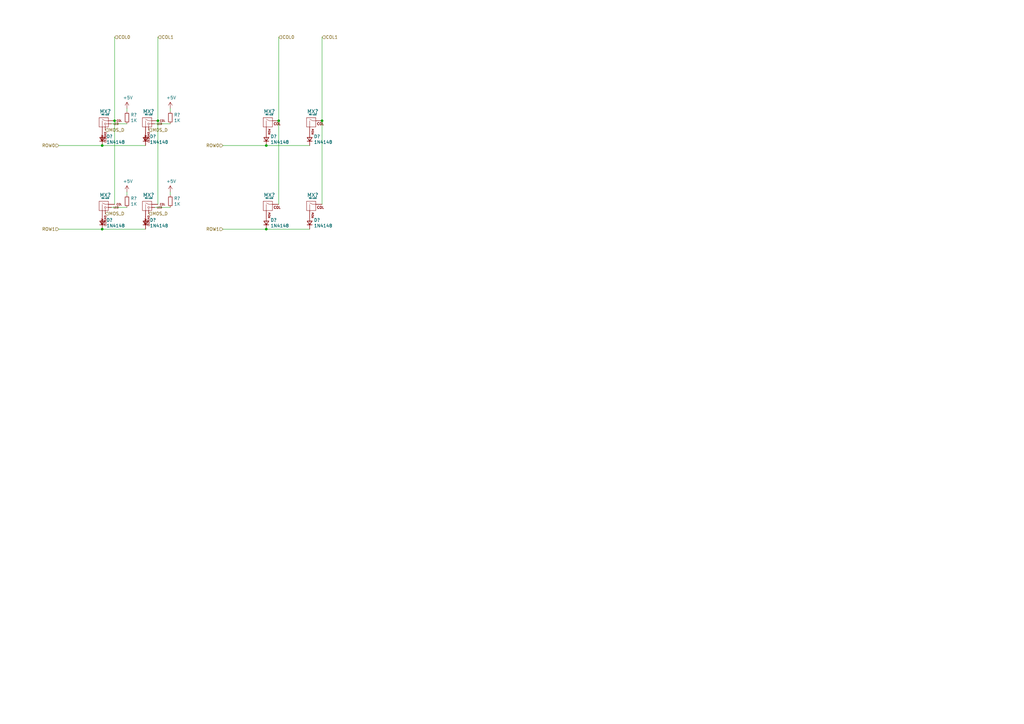
<source format=kicad_sch>
(kicad_sch (version 20211123) (generator eeschema)
  (paper "A3")
  (lib_symbols
    (symbol "Device:D_Small" (pin_numbers hide) (pin_names (offset 0.254) hide)
      (property "Reference" "D" (at -1.27 2.032 0))
      (property "Value" "D_Small" (at -3.81 -2.032 0))
      (symbol "D_Small_0_1"
        (polyline (pts (xy -0.762 -1.016) (xy -0.762 1.016)) (stroke (width 0.254)))
        (polyline (pts (xy -0.762 0) (xy 0.762 0)))
        (polyline (pts (xy 0.762 -1.016) (xy -0.762 0) (xy 0.762 1.016) (xy 0.762 -1.016)) (stroke (width 0.254)))
      )
      (symbol "D_Small_1_1"
        (pin passive line (at -2.54 0 0) (length 1.778) (name "K") (number "1"))
        (pin passive line (at 2.54 0 180) (length 1.778) (name "A") (number "2"))
      )
    )
    (symbol "Device:R_Small" (pin_numbers hide) (pin_names (offset 0.254) hide)
      (property "Reference" "R" (at 0.762 0.508 0))
      (property "Value" "R_Small" (at 0.762 -1.016 0))
      (symbol "R_Small_0_1"
        (rectangle (start -0.762 1.778) (end 0.762 -1.778) (stroke (width 0.2032)))
      )
      (symbol "R_Small_1_1"
        (pin passive line (at 0 2.54 270) (length 0.762) (name "~") (number "1"))
        (pin passive line (at 0 -2.54 90) (length 0.762) (name "~") (number "2"))
      )
    )
    (symbol "MX_Alps_Hybrid:MX-LED" (pin_names (offset 1.016))
      (property "Reference" "MX" (at -0.635 3.81 0))
      (property "Value" "MX-LED" (at -0.635 1.27 0))
      (symbol "MX-LED_0_0"
        (rectangle (start -2.54 2.54) (end 1.27 -1.27))
        (polyline (pts (xy -1.27 -1.27) (xy -1.27 1.27)) (stroke (width 0.127)))
        (polyline (pts (xy 0 -1.27) (xy 0 -0.635)) (stroke (width 0.127)))
        (polyline (pts (xy 1.27 0) (xy 0.635 0)) (stroke (width 0.127)))
        (polyline (pts (xy 1.27 1.27) (xy 0 1.27) (xy -1.27 1.905)) (stroke (width 0.127)))
        (circle (center 0 0) (radius 0.3556) (stroke (width 0.127)))
        (text "COL" (at 5.715 1.27 0) (effects (font (size 0.762 0.762) bold)))
        (text "LED" (at 4.445 0 0) (effects (font (size 0.762 0.762))))
        (text "ROW" (at -1.27 -4.445 900) (effects (font (size 0.762 0.762)) (justify right)))
      )
      (symbol "MX-LED_1_0"
        (text "LEDGND" (at 0 -3.175 900) (effects (font (size 0.762 0.762)) (justify right)))
      )
      (symbol "MX-LED_1_1"
        (pin passive line (at 3.81 1.27 180) (length 2.54) (name "COL") (number "1"))
        (pin passive line (at -1.27 -3.81 90) (length 2.54) (name "ROW") (number "2"))
        (pin input line (at 2.54 0 180) (length 1.27) (name "LED") (number "3"))
        (pin passive line (at 0 -2.54 90) (length 1.27) (name "LEDGND") (number "4"))
      )
    )
    (symbol "MX_Alps_Hybrid:MX-NoLED" (pin_names (offset 1.016))
      (property "Reference" "MX" (at -0.635 3.81 0))
      (property "Value" "MX-NoLED" (at -0.635 1.27 0))
      (symbol "MX-NoLED_0_0"
        (rectangle (start -2.54 2.54) (end 1.27 -1.27))
        (polyline (pts (xy -1.27 -1.27) (xy -1.27 1.27)) (stroke (width 0.127)))
        (polyline (pts (xy 1.27 1.27) (xy 0 1.27) (xy -1.27 1.905)) (stroke (width 0.127)))
        (text "COL" (at 3.175 0 0) (effects (font (size 0.9906 0.9906) bold)))
        (text "ROW" (at 0 -1.905 900) (effects (font (size 0.762 0.762)) (justify right)))
      )
      (symbol "MX-NoLED_1_1"
        (pin passive line (at 3.81 1.27 180) (length 2.54) (name "COL") (number "1"))
        (pin passive line (at -1.27 -3.81 90) (length 2.54) (name "ROW") (number "2"))
      )
    )
    (symbol "power:+5V" (power) (pin_names (offset 0))
      (property "Value" "+5V" (at 0 3.556 0))
      (symbol "+5V_0_1"
        (polyline (pts (xy -0.762 1.27) (xy 0 2.54)))
        (polyline (pts (xy 0 0) (xy 0 2.54)))
        (polyline (pts (xy 0 2.54) (xy 0.762 1.27)))
      )
      (symbol "+5V_1_1"
        (pin power_in line (at 0 0 90) (length 0) hide (name "+5V") (number "1"))
      )
    )
  )
  (junction (at 109.22 59.69))
  (junction (at 41.91 59.69))
  (junction (at 46.99 49.53))
  (junction (at 109.22 93.98))
  (junction (at 64.77 49.53))
  (junction (at 132.08 49.53))
  (junction (at 114.3 49.53))
  (junction (at 41.91 93.98))
  (wire (pts (xy 41.91 93.98) (xy 24.13 93.98)))
  (wire (pts (xy 69.85 44.45) (xy 69.85 45.72)))
  (wire (pts (xy 63.5 85.09) (xy 69.85 85.09)))
  (wire (pts (xy 59.69 93.98) (xy 41.91 93.98)))
  (wire (pts (xy 114.3 49.53) (xy 114.3 83.82)))
  (wire (pts (xy 114.3 15.24) (xy 114.3 49.53)))
  (wire (pts (xy 46.99 49.53) (xy 46.99 83.82)))
  (wire (pts (xy 41.91 59.69) (xy 24.13 59.69)))
  (wire (pts (xy 45.72 50.8) (xy 52.07 50.8)))
  (wire (pts (xy 63.5 50.8) (xy 69.85 50.8)))
  (wire (pts (xy 46.99 15.24) (xy 46.99 49.53)))
  (wire (pts (xy 52.07 78.74) (xy 52.07 80.01)))
  (wire (pts (xy 64.77 15.24) (xy 64.77 49.53)))
  (wire (pts (xy 109.22 59.69) (xy 91.44 59.69)))
  (wire (pts (xy 127 93.98) (xy 109.22 93.98)))
  (wire (pts (xy 69.85 78.74) (xy 69.85 80.01)))
  (wire (pts (xy 45.72 85.09) (xy 52.07 85.09)))
  (wire (pts (xy 109.22 93.98) (xy 91.44 93.98)))
  (wire (pts (xy 52.07 44.45) (xy 52.07 45.72)))
  (wire (pts (xy 132.08 15.24) (xy 132.08 49.53)))
  (wire (pts (xy 59.69 59.69) (xy 41.91 59.69)))
  (wire (pts (xy 127 59.69) (xy 109.22 59.69)))
  (wire (pts (xy 132.08 49.53) (xy 132.08 83.82)))
  (wire (pts (xy 64.77 49.53) (xy 64.77 83.82)))
  (hierarchical_label "MOS_D" (shape input) (at 43.18 53.34 0))
  (hierarchical_label "ROW0" (shape input) (at 91.44 59.69 180))
  (hierarchical_label "COL1" (shape input) (at 64.77 15.24 0))
  (hierarchical_label "COL1" (shape input) (at 132.08 15.24 0))
  (hierarchical_label "COL0" (shape input) (at 46.99 15.24 0))
  (hierarchical_label "ROW1" (shape input) (at 24.13 93.98 180))
  (hierarchical_label "MOS_D" (shape input) (at 60.96 53.34 0))
  (hierarchical_label "MOS_D" (shape input) (at 43.18 87.63 0))
  (hierarchical_label "MOS_D" (shape input) (at 60.96 87.63 0))
  (hierarchical_label "ROW0" (shape input) (at 24.13 59.69 180))
  (hierarchical_label "ROW1" (shape input) (at 91.44 93.98 180))
  (hierarchical_label "COL0" (shape input) (at 114.3 15.24 0))
  (symbol (lib_id "MX_Alps_Hybrid:MX-LED") (at 43.18 50.8 0) (unit 1)
    (property "Reference" "MX?" (at 43.18 45.72 0) (effects (font (size 1.524 1.524))))
    (property "Value" "MX-LED" (at 43.18 46.99 0) (effects (font (size 0.508 0.508))))
    (property "Footprint" "MX_Only:MXOnly-1U" (effects hide))
  )
  (symbol (lib_id "Device:R_Small") (at 52.07 48.26 0) (unit 1)
    (property "Reference" "R?" (at 53.5686 47.0916 0) (effects (justify left)))
    (property "Value" "1K" (at 53.5686 49.403 0) (effects (justify left)))
  )
  (symbol (lib_id "power:+5V") (at 52.07 44.45 0) (unit 1)
    (property "Reference" "#PWR?" (effects hide))
    (property "Value" "+5V" (at 52.451 40.0558 0))
  )
  (symbol (lib_id "MX_Alps_Hybrid:MX-LED") (at 60.96 50.8 0) (unit 1)
    (property "Reference" "MX?" (at 60.96 45.72 0) (effects (font (size 1.524 1.524))))
    (property "Value" "MX-LED" (at 60.96 46.99 0) (effects (font (size 0.508 0.508))))
    (property "Footprint" "MX_Only:MXOnly-1U" (effects hide))
  )
  (symbol (lib_id "Device:R_Small") (at 69.85 48.26 0) (unit 1)
    (property "Reference" "R?" (at 71.3486 47.0916 0) (effects (justify left)))
    (property "Value" "1K" (at 71.3486 49.403 0) (effects (justify left)))
  )
  (symbol (lib_id "power:+5V") (at 69.85 44.45 0) (unit 1)
    (property "Reference" "#PWR?" (effects hide))
    (property "Value" "+5V" (at 70.231 40.0558 0))
  )
  (symbol (lib_id "MX_Alps_Hybrid:MX-LED") (at 43.18 85.09 0) (unit 1)
    (property "Reference" "MX?" (at 43.18 80.01 0) (effects (font (size 1.524 1.524))))
    (property "Value" "MX-LED" (at 43.18 81.28 0) (effects (font (size 0.508 0.508))))
    (property "Footprint" "MX_Only:MXOnly-1U" (effects hide))
  )
  (symbol (lib_id "Device:R_Small") (at 52.07 82.55 0) (unit 1)
    (property "Reference" "R?" (at 53.5686 81.3816 0) (effects (justify left)))
    (property "Value" "1K" (at 53.5686 83.693 0) (effects (justify left)))
  )
  (symbol (lib_id "power:+5V") (at 52.07 78.74 0) (unit 1)
    (property "Reference" "#PWR?" (effects hide))
    (property "Value" "+5V" (at 52.451 74.3458 0))
  )
  (symbol (lib_id "MX_Alps_Hybrid:MX-LED") (at 60.96 85.09 0) (unit 1)
    (property "Reference" "MX?" (at 60.96 80.01 0) (effects (font (size 1.524 1.524))))
    (property "Value" "MX-LED" (at 60.96 81.28 0) (effects (font (size 0.508 0.508))))
    (property "Footprint" "MX_Only:MXOnly-1U" (effects hide))
  )
  (symbol (lib_id "Device:R_Small") (at 69.85 82.55 0) (unit 1)
    (property "Reference" "R?" (at 71.3486 81.3816 0) (effects (justify left)))
    (property "Value" "1K" (at 71.3486 83.693 0) (effects (justify left)))
  )
  (symbol (lib_id "power:+5V") (at 69.85 78.74 0) (unit 1)
    (property "Reference" "#PWR?" (effects hide))
    (property "Value" "+5V" (at 70.231 74.3458 0))
  )
  (symbol (lib_id "Device:D_Small") (at 41.91 91.44 90) (unit 1)
    (property "Reference" "D?" (at 43.6372 90.2716 90) (effects (justify right)))
    (property "Value" "1N4148" (at 43.6372 92.583 90) (effects (justify right)))
    (property "Footprint" "random-keyboard-parts:D_SOD-123-Pretty" (effects hide))
  )
  (symbol (lib_id "Device:D_Small") (at 59.69 91.44 90) (unit 1)
    (property "Reference" "D?" (at 61.4172 90.2716 90) (effects (justify right)))
    (property "Value" "1N4148" (at 61.4172 92.583 90) (effects (justify right)))
    (property "Footprint" "random-keyboard-parts:D_SOD-123-Pretty" (effects hide))
  )
  (symbol (lib_id "Device:D_Small") (at 41.91 57.15 90) (unit 1)
    (property "Reference" "D?" (at 43.6372 55.9816 90) (effects (justify right)))
    (property "Value" "1N4148" (at 43.6372 58.293 90) (effects (justify right)))
    (property "Footprint" "random-keyboard-parts:D_SOD-123-Pretty" (effects hide))
  )
  (symbol (lib_id "Device:D_Small") (at 59.69 57.15 90) (unit 1)
    (property "Reference" "D?" (at 61.4172 55.9816 90) (effects (justify right)))
    (property "Value" "1N4148" (at 61.4172 58.293 90) (effects (justify right)))
    (property "Footprint" "random-keyboard-parts:D_SOD-123-Pretty" (effects hide))
  )
  (symbol (lib_id "MX_Alps_Hybrid:MX-NoLED") (at 110.49 50.8 0) (unit 1)
    (property "Reference" "MX?" (at 110.49 45.72 0) (effects (font (size 1.524 1.524))))
    (property "Value" "MX-LED" (at 110.49 46.99 0) (effects (font (size 0.508 0.508))))
    (property "Footprint" "MX_Only:MXOnly-1U-NoLED" (effects hide))
  )
  (symbol (lib_id "MX_Alps_Hybrid:MX-NoLED") (at 128.27 50.8 0) (unit 1)
    (property "Reference" "MX?" (at 128.27 45.72 0) (effects (font (size 1.524 1.524))))
    (property "Value" "MX-LED" (at 128.27 46.99 0) (effects (font (size 0.508 0.508))))
    (property "Footprint" "MX_Only:MXOnly-1U-NoLED" (effects hide))
  )
  (symbol (lib_id "MX_Alps_Hybrid:MX-NoLED") (at 110.49 85.09 0) (unit 1)
    (property "Reference" "MX?" (at 110.49 80.01 0) (effects (font (size 1.524 1.524))))
    (property "Value" "MX-LED" (at 110.49 81.28 0) (effects (font (size 0.508 0.508))))
    (property "Footprint" "MX_Only:MXOnly-1U-NoLED" (effects hide))
  )
  (symbol (lib_id "MX_Alps_Hybrid:MX-NoLED") (at 128.27 85.09 0) (unit 1)
    (property "Reference" "MX?" (at 128.27 80.01 0) (effects (font (size 1.524 1.524))))
    (property "Value" "MX-LED" (at 128.27 81.28 0) (effects (font (size 0.508 0.508))))
    (property "Footprint" "MX_Only:MXOnly-1U-NoLED" (effects hide))
  )
  (symbol (lib_id "Device:D_Small") (at 109.22 91.44 90) (unit 1)
    (property "Reference" "D?" (at 110.9472 90.2716 90) (effects (justify right)))
    (property "Value" "1N4148" (at 110.9472 92.583 90) (effects (justify right)))
    (property "Footprint" "random-keyboard-parts:D_SOD-123-Pretty" (effects hide))
  )
  (symbol (lib_id "Device:D_Small") (at 127 91.44 90) (unit 1)
    (property "Reference" "D?" (at 128.7272 90.2716 90) (effects (justify right)))
    (property "Value" "1N4148" (at 128.7272 92.583 90) (effects (justify right)))
    (property "Footprint" "random-keyboard-parts:D_SOD-123-Pretty" (effects hide))
  )
  (symbol (lib_id "Device:D_Small") (at 109.22 57.15 90) (unit 1)
    (property "Reference" "D?" (at 110.9472 55.9816 90) (effects (justify right)))
    (property "Value" "1N4148" (at 110.9472 58.293 90) (effects (justify right)))
    (property "Footprint" "random-keyboard-parts:D_SOD-123-Pretty" (effects hide))
  )
  (symbol (lib_id "Device:D_Small") (at 127 57.15 90) (unit 1)
    (property "Reference" "D?" (at 128.7272 55.9816 90) (effects (justify right)))
    (property "Value" "1N4148" (at 128.7272 58.293 90) (effects (justify right)))
    (property "Footprint" "random-keyboard-parts:D_SOD-123-Pretty" (effects hide))
  )
)
</source>
